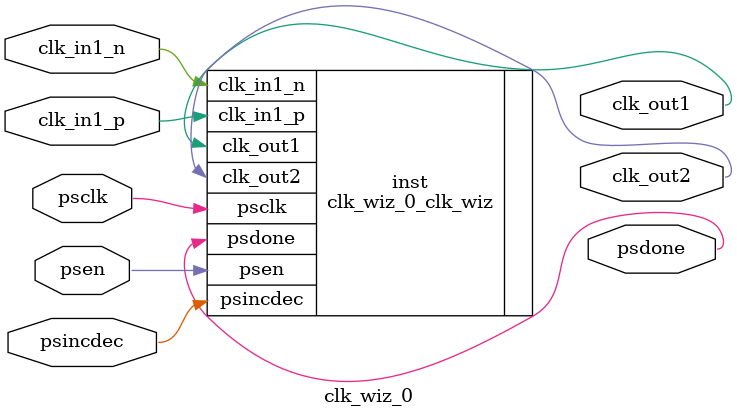
<source format=v>


`timescale 1ps/1ps

(* CORE_GENERATION_INFO = "clk_wiz_0,clk_wiz_v6_0_10_0_0,{component_name=clk_wiz_0,use_phase_alignment=true,use_min_o_jitter=false,use_max_i_jitter=false,use_dyn_phase_shift=true,use_inclk_switchover=false,use_dyn_reconfig=false,enable_axi=0,feedback_source=FDBK_AUTO,PRIMITIVE=MMCM,num_out_clk=2,clkin1_period=8.000,clkin2_period=10.000,use_power_down=false,use_reset=false,use_locked=false,use_inclk_stopped=false,feedback_type=SINGLE,CLOCK_MGR_TYPE=NA,manual_override=false}" *)

module clk_wiz_0 
 (
  // Clock out ports
  output        clk_out1,
  output        clk_out2,
  // Dynamic phase shift ports
  input         psclk,
  input         psen,
  input         psincdec,
  output        psdone,
 // Clock in ports
  input         clk_in1_p,
  input         clk_in1_n
 );

  clk_wiz_0_clk_wiz inst
  (
  // Clock out ports  
  .clk_out1(clk_out1),
  .clk_out2(clk_out2),
  // Dynamic phase shift ports                
  .psclk(psclk),
  .psen(psen),
  .psincdec(psincdec),
  .psdone(psdone),
 // Clock in ports
  .clk_in1_p(clk_in1_p),
  .clk_in1_n(clk_in1_n)
  );

endmodule

</source>
